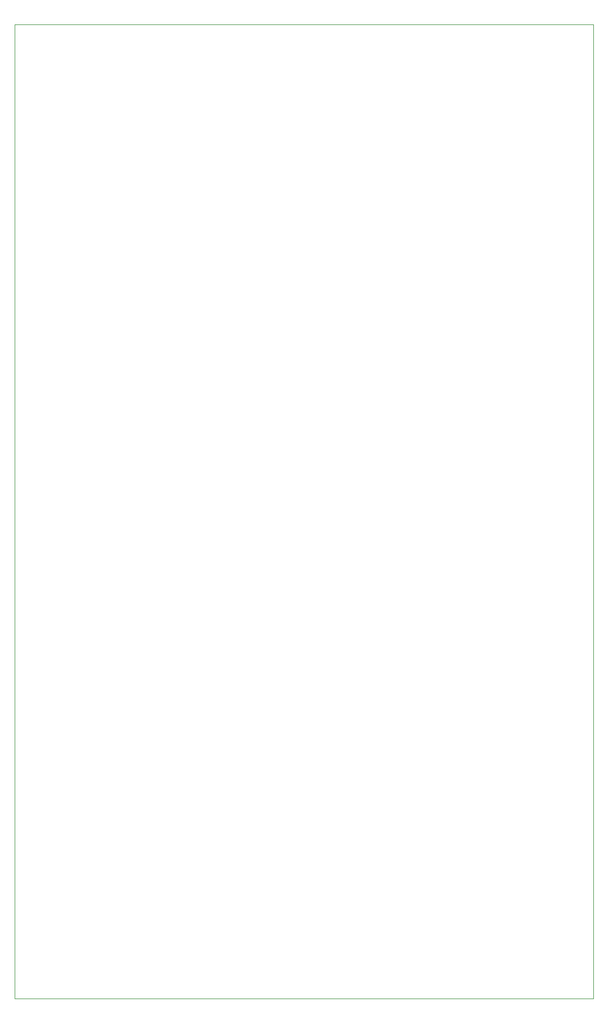
<source format=gbr>
%TF.GenerationSoftware,KiCad,Pcbnew,9.0.6*%
%TF.CreationDate,2026-01-21T23:10:30+11:00*%
%TF.ProjectId,pattern-sequencer,70617474-6572-46e2-9d73-657175656e63,rev?*%
%TF.SameCoordinates,Original*%
%TF.FileFunction,Profile,NP*%
%FSLAX46Y46*%
G04 Gerber Fmt 4.6, Leading zero omitted, Abs format (unit mm)*
G04 Created by KiCad (PCBNEW 9.0.6) date 2026-01-21 23:10:30*
%MOMM*%
%LPD*%
G01*
G04 APERTURE LIST*
%TA.AperFunction,Profile*%
%ADD10C,0.050000*%
%TD*%
G04 APERTURE END LIST*
D10*
X61200000Y-21600000D02*
X151400000Y-21600000D01*
X151400000Y-173400000D01*
X61200000Y-173400000D01*
X61200000Y-21600000D01*
M02*

</source>
